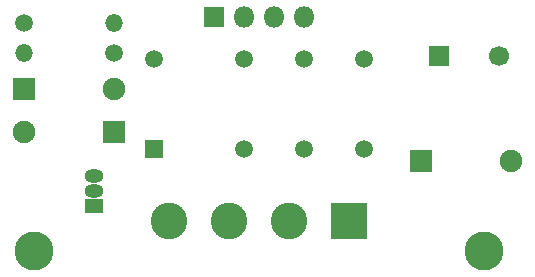
<source format=gbr>
%TF.GenerationSoftware,KiCad,Pcbnew,(5.1.6)-1*%
%TF.CreationDate,2021-01-10T14:53:30+01:00*%
%TF.ProjectId,dcBreak,64634272-6561-46b2-9e6b-696361645f70,rev?*%
%TF.SameCoordinates,Original*%
%TF.FileFunction,Soldermask,Top*%
%TF.FilePolarity,Negative*%
%FSLAX46Y46*%
G04 Gerber Fmt 4.6, Leading zero omitted, Abs format (unit mm)*
G04 Created by KiCad (PCBNEW (5.1.6)-1) date 2021-01-10 14:53:30*
%MOMM*%
%LPD*%
G01*
G04 APERTURE LIST*
%ADD10C,3.100000*%
%ADD11R,3.100000X3.100000*%
%ADD12C,1.500000*%
%ADD13R,1.500000X1.500000*%
%ADD14R,1.700000X1.700000*%
%ADD15C,1.700000*%
%ADD16C,3.300000*%
%ADD17O,1.800000X1.800000*%
%ADD18R,1.800000X1.800000*%
%ADD19O,1.600000X1.150000*%
%ADD20R,1.600000X1.150000*%
%ADD21R,1.900000X1.900000*%
%ADD22O,1.900000X1.900000*%
%ADD23O,1.500000X1.500000*%
G04 APERTURE END LIST*
D10*
%TO.C,J1*%
X114300000Y-129540000D03*
X109220000Y-129540000D03*
D11*
X119380000Y-129540000D03*
D10*
X104140000Y-129540000D03*
%TD*%
D12*
%TO.C,K1*%
X110490000Y-115824000D03*
X120650000Y-115824000D03*
X115570000Y-115824000D03*
X110490000Y-123444000D03*
X120650000Y-123444000D03*
X115570000Y-123444000D03*
X102870000Y-115824000D03*
D13*
X102870000Y-123444000D03*
%TD*%
D14*
%TO.C,C1*%
X127000000Y-115570000D03*
D15*
X132000000Y-115570000D03*
%TD*%
D16*
%TO.C,REF\u002A\u002A*%
X92710000Y-132080000D03*
%TD*%
%TO.C,REF\u002A\u002A*%
X130810000Y-132080000D03*
%TD*%
D17*
%TO.C,J2*%
X115570000Y-112268000D03*
X113030000Y-112268000D03*
X110490000Y-112268000D03*
D18*
X107950000Y-112268000D03*
%TD*%
D19*
%TO.C,Q1*%
X97790000Y-127000000D03*
X97790000Y-125730000D03*
D20*
X97790000Y-128270000D03*
%TD*%
D21*
%TO.C,D1*%
X91821000Y-118364000D03*
D22*
X99441000Y-118364000D03*
%TD*%
%TO.C,D2*%
X91821000Y-122047000D03*
D21*
X99441000Y-122047000D03*
%TD*%
%TO.C,D3*%
X125476000Y-124460000D03*
D22*
X133096000Y-124460000D03*
%TD*%
D23*
%TO.C,R1*%
X99441000Y-112776000D03*
D12*
X91821000Y-112776000D03*
%TD*%
%TO.C,R2*%
X99441000Y-115316000D03*
D23*
X91821000Y-115316000D03*
%TD*%
M02*

</source>
